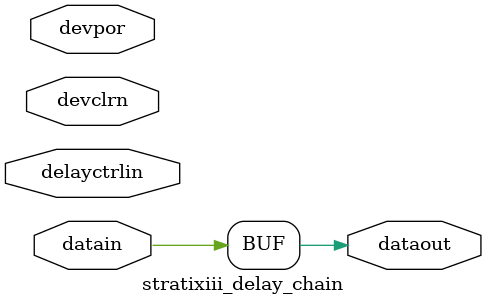
<source format=v>

module stratixiii_delay_chain(
// INTERFACE BEGIN
	datain, 
	delayctrlin,
	devclrn,
	devpor,
	dataout
// INTERFACE END
);

// GLOBAL PARAMETER DECLARATION
	parameter lpm_type = "stratixiii_delay_chain";
	parameter use_delayctrlin = "true";
	parameter delay_setting   = 0; // <0 - 15>

	input        datain;
	input  [3:0] delayctrlin;

	input devclrn;
	input devpor;

// OUTPUT PORTS
	output       dataout;

// IMPLEMENTATION BEGIN

	assign dataout = datain;

// IMPLEMENTATION END
endmodule
// MODEL END

</source>
